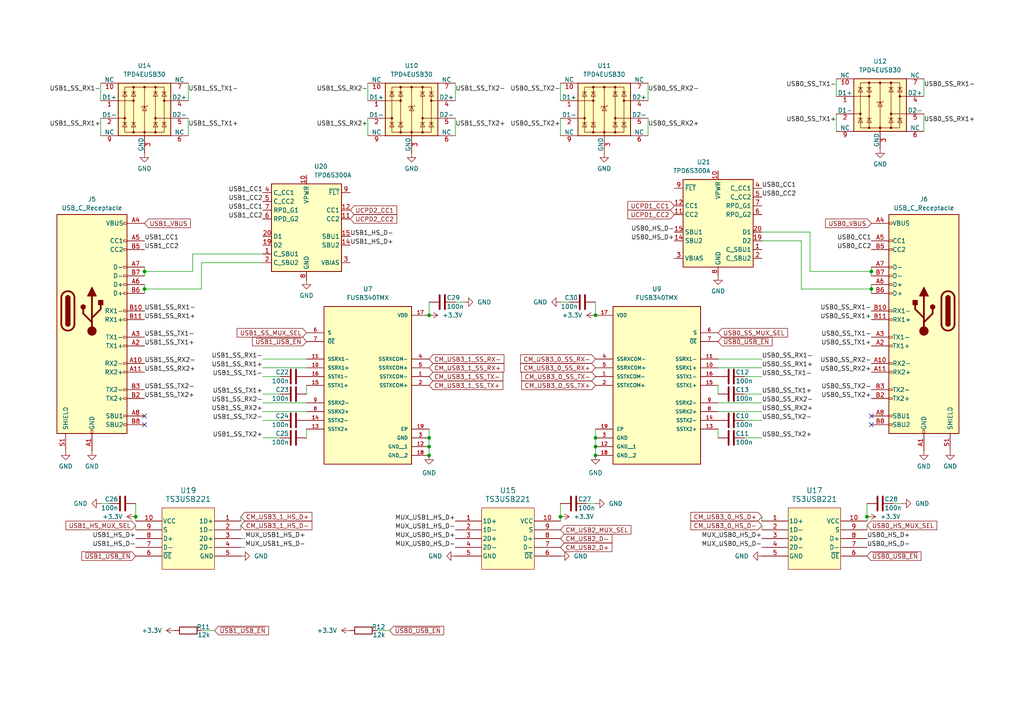
<source format=kicad_sch>
(kicad_sch (version 20231120) (generator "eeschema") (generator_version "8.0")
  (paper "A4")
  (lib_symbols
    (symbol "Connector:USB_C_Receptacle" (pin_names (offset 1.016))
      (property "Reference" "J" (at -10.16 29.21 0))
      (property "Value" "USB_C_Receptacle" (at 10.16 29.21 0))
      (symbol "USB_C_Receptacle_0_0"
        (rectangle (start -0.254 -35.56) (end 0.254 -34.544))
        (rectangle (start 10.16 -32.766) (end 9.144 -33.274))
        (rectangle (start 10.16 -30.226) (end 9.144 -30.734))
        (rectangle (start 10.16 -25.146) (end 9.144 -25.654))
        (rectangle (start 10.16 -22.606) (end 9.144 -23.114))
        (rectangle (start 10.16 -17.526) (end 9.144 -18.034))
        (rectangle (start 10.16 -14.986) (end 9.144 -15.494))
        (rectangle (start 10.16 -9.906) (end 9.144 -10.414))
        (rectangle (start 10.16 -7.366) (end 9.144 -7.874))
        (rectangle (start 10.16 -2.286) (end 9.144 -2.794))
        (rectangle (start 10.16 0.254) (end 9.144 -0.254))
        (rectangle (start 10.16 5.334) (end 9.144 4.826))
        (rectangle (start 10.16 7.874) (end 9.144 7.366))
        (rectangle (start 10.16 10.414) (end 9.144 9.906))
        (rectangle (start 10.16 12.954) (end 9.144 12.446))
        (rectangle (start 10.16 18.034) (end 9.144 17.526))
        (rectangle (start 10.16 20.574) (end 9.144 20.066))
        (rectangle (start 10.16 25.654) (end 9.144 25.146))
      )
      (symbol "USB_C_Receptacle_0_1"
        (rectangle (start -10.16 27.94) (end 10.16 -35.56) (stroke (width 0.254)) (fill (type background)))
        (arc (start -8.89 -3.81) (mid -6.985 -5.7067) (end -5.08 -3.81) (stroke (width 0.508)))
        (arc (start -7.62 -3.81) (mid -6.985 -4.4423) (end -6.35 -3.81) (stroke (width 0.254)))
        (arc (start -7.62 -3.81) (mid -6.985 -4.4423) (end -6.35 -3.81) (stroke (width 0.254)) (fill (type outline)))
        (rectangle (start -7.62 -3.81) (end -6.35 3.81) (stroke (width 0.254)) (fill (type outline)))
        (arc (start -6.35 3.81) (mid -6.985 4.4423) (end -7.62 3.81) (stroke (width 0.254)))
        (arc (start -6.35 3.81) (mid -6.985 4.4423) (end -7.62 3.81) (stroke (width 0.254)) (fill (type outline)))
        (arc (start -5.08 3.81) (mid -6.985 5.7067) (end -8.89 3.81) (stroke (width 0.508)))
        (polyline (pts (xy -8.89 -3.81) (xy -8.89 3.81)) (stroke (width 0.508)))
        (polyline (pts (xy -5.08 3.81) (xy -5.08 -3.81)) (stroke (width 0.508)))
      )
      (symbol "USB_C_Receptacle_1_1"
        (circle (center -2.54 1.143) (radius 0.635) (stroke (width 0.254)) (fill (type outline)))
        (circle (center 0 -5.842) (radius 1.27) (fill (type outline)))
        (polyline (pts (xy 0 -5.842) (xy 0 4.318)) (stroke (width 0.508)))
        (polyline (pts (xy 0 -3.302) (xy -2.54 -0.762) (xy -2.54 0.508)) (stroke (width 0.508)))
        (polyline (pts (xy 0 -2.032) (xy 2.54 0.508) (xy 2.54 1.778)) (stroke (width 0.508)))
        (polyline (pts (xy -1.27 4.318) (xy 0 6.858) (xy 1.27 4.318) (xy -1.27 4.318)) (stroke (width 0.254)) (fill (type outline)))
        (rectangle (start 1.905 1.778) (end 3.175 3.048) (stroke (width 0.254)) (fill (type outline)))
        (pin passive line (at 0 -40.64 90) (length 5.08) (name "GND") (number "A1"))
        (pin bidirectional line (at 15.24 -15.24 180) (length 5.08) (name "RX2-") (number "A10"))
        (pin bidirectional line (at 15.24 -17.78 180) (length 5.08) (name "RX2+") (number "A11"))
        (pin passive line (at 0 -40.64 90) (length 5.08) hide (name "GND") (number "A12"))
        (pin bidirectional line (at 15.24 -10.16 180) (length 5.08) (name "TX1+") (number "A2"))
        (pin bidirectional line (at 15.24 -7.62 180) (length 5.08) (name "TX1-") (number "A3"))
        (pin passive line (at 15.24 25.4 180) (length 5.08) (name "VBUS") (number "A4"))
        (pin bidirectional line (at 15.24 20.32 180) (length 5.08) (name "CC1") (number "A5"))
        (pin bidirectional line (at 15.24 7.62 180) (length 5.08) (name "D+") (number "A6"))
        (pin bidirectional line (at 15.24 12.7 180) (length 5.08) (name "D-") (number "A7"))
        (pin bidirectional line (at 15.24 -30.48 180) (length 5.08) (name "SBU1") (number "A8"))
        (pin passive line (at 15.24 25.4 180) (length 5.08) hide (name "VBUS") (number "A9"))
        (pin passive line (at 0 -40.64 90) (length 5.08) hide (name "GND") (number "B1"))
        (pin bidirectional line (at 15.24 0 180) (length 5.08) (name "RX1-") (number "B10"))
        (pin bidirectional line (at 15.24 -2.54 180) (length 5.08) (name "RX1+") (number "B11"))
        (pin passive line (at 0 -40.64 90) (length 5.08) hide (name "GND") (number "B12"))
        (pin bidirectional line (at 15.24 -25.4 180) (length 5.08) (name "TX2+") (number "B2"))
        (pin bidirectional line (at 15.24 -22.86 180) (length 5.08) (name "TX2-") (number "B3"))
        (pin passive line (at 15.24 25.4 180) (length 5.08) hide (name "VBUS") (number "B4"))
        (pin bidirectional line (at 15.24 17.78 180) (length 5.08) (name "CC2") (number "B5"))
        (pin bidirectional line (at 15.24 5.08 180) (length 5.08) (name "D+") (number "B6"))
        (pin bidirectional line (at 15.24 10.16 180) (length 5.08) (name "D-") (number "B7"))
        (pin bidirectional line (at 15.24 -33.02 180) (length 5.08) (name "SBU2") (number "B8"))
        (pin passive line (at 15.24 25.4 180) (length 5.08) hide (name "VBUS") (number "B9"))
        (pin passive line (at -7.62 -40.64 90) (length 5.08) (name "SHIELD") (number "S1"))
      )
    )
    (symbol "Device:C" (pin_numbers hide) (pin_names (offset 0.254))
      (property "Reference" "C" (at 0.635 2.54 0))
      (property "Value" "C" (at 0.635 -2.54 0))
      (symbol "C_0_1"
        (polyline (pts (xy -2.032 -0.762) (xy 2.032 -0.762)) (stroke (width 0.508)))
        (polyline (pts (xy -2.032 0.762) (xy 2.032 0.762)) (stroke (width 0.508)))
      )
      (symbol "C_1_1"
        (pin passive line (at 0 3.81 270) (length 2.794) (name "~") (number "1"))
        (pin passive line (at 0 -3.81 90) (length 2.794) (name "~") (number "2"))
      )
    )
    (symbol "Device:R" (pin_numbers hide) (pin_names (offset 0))
      (property "Reference" "R" (at 2.032 0 90))
      (property "Value" "R" (at 0 0 90))
      (symbol "R_0_1"
        (rectangle (start -1.016 -2.54) (end 1.016 2.54) (stroke (width 0.254)))
      )
      (symbol "R_1_1"
        (pin passive line (at 0 3.81 270) (length 1.27) (name "~") (number "1"))
        (pin passive line (at 0 -3.81 90) (length 1.27) (name "~") (number "2"))
      )
    )
    (symbol "GND_1" (power) (pin_numbers hide) (pin_names (offset 0) hide)
      (property "Value" "GND" (at 0 -3.81 0))
      (symbol "GND_1_0_1"
        (polyline (pts (xy 0 0) (xy 0 -1.27) (xy 1.27 -1.27) (xy 0 -2.54) (xy -1.27 -1.27) (xy 0 -1.27)))
      )
      (symbol "GND_1_1_1"
        (pin power_in line (at 0 0 270) (length 0) (name "~") (number "1"))
      )
    )
    (symbol "PiCard:FUSB340TMX" (pin_names (offset 1.016))
      (property "Reference" "U" (at -12.7 24.13 0))
      (property "Value" "FUSB340TMX" (at -12.7 -25.654 0))
      (symbol "FUSB340TMX_0_0"
        (rectangle (start -12.7 22.86) (end 12.7 -22.86) (stroke (width 0.254)) (fill (type background)))
        (pin bidirectional line (at 17.78 2.54 180) (length 5.08) (name "SSTXCOM-") (number "1"))
        (pin bidirectional line (at -17.78 5.08 0) (length 5.08) (name "SSRX1+") (number "10"))
        (pin bidirectional line (at -17.78 7.62 0) (length 5.08) (name "SSRX1-") (number "11"))
        (pin power_in line (at 17.78 -17.78 180) (length 5.08) (name "GND__1") (number "12"))
        (pin bidirectional line (at -17.78 -12.7 0) (length 5.08) (name "SSTX2+") (number "13"))
        (pin bidirectional line (at -17.78 -10.16 0) (length 5.08) (name "SSTX2-") (number "14"))
        (pin bidirectional line (at -17.78 0 0) (length 5.08) (name "SSTX1+") (number "15"))
        (pin bidirectional line (at -17.78 2.54 0) (length 5.08) (name "SSTX1-") (number "16"))
        (pin power_in line (at 17.78 20.32 180) (length 5.08) (name "VDD") (number "17"))
        (pin power_in line (at 17.78 -20.32 180) (length 5.08) (name "GND__2") (number "18"))
        (pin power_in line (at 17.78 -12.7 180) (length 5.08) (name "EP") (number "19"))
        (pin bidirectional line (at 17.78 0 180) (length 5.08) (name "SSTXCOM+") (number "2"))
        (pin power_in line (at 17.78 -15.24 180) (length 5.08) (name "GND") (number "3"))
        (pin bidirectional line (at 17.78 7.62 180) (length 5.08) (name "SSRXCOM-") (number "4"))
        (pin bidirectional line (at 17.78 5.08 180) (length 5.08) (name "SSRXCOM+") (number "5"))
        (pin input line (at -17.78 15.24 0) (length 5.08) (name "S") (number "6"))
        (pin input line (at -17.78 12.7 0) (length 5.08) (name "~{OE}") (number "7"))
        (pin bidirectional line (at -17.78 -7.62 0) (length 5.08) (name "SSRX2+") (number "8"))
        (pin bidirectional line (at -17.78 -5.08 0) (length 5.08) (name "SSRX2-") (number "9"))
      )
    )
    (symbol "PiCard:TS3USB221" (pin_names (offset 0.254))
      (property "Reference" "U" (at 0 12.7 0))
      (property "Value" "TS3USB221" (at 0 10.16 0))
      (symbol "TS3USB221_0_1"
        (pin passive line (at -15.24 5.08 0) (length 7.62) (name "1D+") (number "1"))
        (pin power_in line (at 15.24 5.08 180) (length 7.62) (name "VCC") (number "10"))
        (pin passive line (at -15.24 2.54 0) (length 7.62) (name "1D-") (number "2"))
        (pin passive line (at -15.24 0 0) (length 7.62) (name "2D+") (number "3"))
        (pin passive line (at -15.24 -2.54 0) (length 7.62) (name "2D-") (number "4"))
        (pin power_in line (at -15.24 -5.08 0) (length 7.62) (name "GND") (number "5"))
        (pin input line (at 15.24 -5.08 180) (length 7.62) (name "~{OE}") (number "6"))
        (pin passive line (at 15.24 -2.54 180) (length 7.62) (name "D-") (number "7"))
        (pin passive line (at 15.24 0 180) (length 7.62) (name "D+") (number "8"))
        (pin input line (at 15.24 2.54 180) (length 7.62) (name "S") (number "9"))
      )
      (symbol "TS3USB221_1_1"
        (rectangle (start -7.62 8.89) (end 7.62 -8.89) (fill (type background)))
      )
    )
    (symbol "Power_Protection:TPD4EUSB30" (pin_names (offset 0))
      (property "Reference" "U" (at -0.635 8.89 0))
      (property "Value" "TPD4EUSB30" (at 8.89 -10.16 0))
      (symbol "TPD4EUSB30_0_0"
        (rectangle (start -5.715 6.477) (end 5.715 -6.604))
        (polyline (pts (xy -3.175 -6.604) (xy -3.175 6.477)))
        (polyline (pts (xy 0 6.477) (xy 0 -6.604)))
        (polyline (pts (xy 3.175 6.477) (xy 3.175 -6.604)))
      )
      (symbol "TPD4EUSB30_0_1"
        (rectangle (start -7.62 7.62) (end 7.62 -7.62) (stroke (width 0.254)) (fill (type background)))
        (circle (center -5.715 -2.54) (radius 0.2794) (fill (type outline)))
        (circle (center -3.175 -6.604) (radius 0.2794) (fill (type outline)))
        (circle (center -3.175 2.54) (radius 0.2794) (fill (type outline)))
        (circle (center -3.175 6.477) (radius 0.2794) (fill (type outline)))
        (circle (center 0 -6.604) (radius 0.2794) (fill (type outline)))
        (polyline (pts (xy -7.747 2.54) (xy -3.175 2.54)))
        (polyline (pts (xy -7.62 -2.54) (xy -5.715 -2.54)))
        (polyline (pts (xy -5.08 -3.81) (xy -6.35 -3.81)))
        (polyline (pts (xy -5.08 5.08) (xy -6.35 5.08)))
        (polyline (pts (xy -2.54 -3.81) (xy -3.81 -3.81)))
        (polyline (pts (xy -2.54 5.08) (xy -3.81 5.08)))
        (polyline (pts (xy -0.635 0.889) (xy -1.016 0.635)))
        (polyline (pts (xy 0 -6.604) (xy 0 -7.62)))
        (polyline (pts (xy 0.635 0.889) (xy -0.635 0.889)))
        (polyline (pts (xy 0.635 0.889) (xy 1.016 1.143)))
        (polyline (pts (xy 3.81 -3.81) (xy 2.54 -3.81)))
        (polyline (pts (xy 3.81 5.08) (xy 2.54 5.08)))
        (polyline (pts (xy 6.35 -3.81) (xy 5.08 -3.81)))
        (polyline (pts (xy 6.35 5.08) (xy 5.08 5.08)))
        (polyline (pts (xy 7.62 -2.54) (xy 3.175 -2.54)))
        (polyline (pts (xy 7.62 2.54) (xy 5.715 2.54)))
        (polyline (pts (xy -5.08 -5.08) (xy -6.35 -5.08) (xy -5.715 -3.81) (xy -5.08 -5.08)))
        (polyline (pts (xy -5.08 3.81) (xy -6.35 3.81) (xy -5.715 5.08) (xy -5.08 3.81)))
        (polyline (pts (xy -2.54 -5.08) (xy -3.81 -5.08) (xy -3.175 -3.81) (xy -2.54 -5.08)))
        (polyline (pts (xy -2.54 3.81) (xy -3.81 3.81) (xy -3.175 5.08) (xy -2.54 3.81)))
        (polyline (pts (xy 0.635 -0.381) (xy -0.635 -0.381) (xy 0 0.889) (xy 0.635 -0.381)))
        (polyline (pts (xy 3.81 -5.08) (xy 2.54 -5.08) (xy 3.175 -3.81) (xy 3.81 -5.08)))
        (polyline (pts (xy 3.81 3.81) (xy 2.54 3.81) (xy 3.175 5.08) (xy 3.81 3.81)))
        (polyline (pts (xy 6.35 -5.08) (xy 5.08 -5.08) (xy 5.715 -3.81) (xy 6.35 -5.08)))
        (polyline (pts (xy 6.35 3.81) (xy 5.08 3.81) (xy 5.715 5.08) (xy 6.35 3.81)))
        (circle (center 0 6.477) (radius 0.2794) (fill (type outline)))
        (circle (center 3.175 -6.604) (radius 0.2794) (fill (type outline)))
        (circle (center 3.175 -2.54) (radius 0.2794) (fill (type outline)))
        (circle (center 3.175 6.477) (radius 0.2794) (fill (type outline)))
        (circle (center 5.715 2.54) (radius 0.2794) (fill (type outline)))
      )
      (symbol "TPD4EUSB30_1_1"
        (pin passive line (at -12.7 2.54 0) (length 5.08) (name "D1+") (number "1"))
        (pin free line (at -12.7 7.62 0) (length 5.08) (name "NC") (number "10"))
        (pin passive line (at -12.7 -2.54 0) (length 5.08) (name "D1-") (number "2"))
        (pin power_in line (at 0 -12.7 90) (length 5.08) (name "GND") (number "3"))
        (pin passive line (at 12.7 2.54 180) (length 5.08) (name "D2+") (number "4"))
        (pin passive line (at 12.7 -2.54 180) (length 5.08) (name "D2-") (number "5"))
        (pin free line (at 12.7 -7.62 180) (length 5.08) (name "NC") (number "6"))
        (pin free line (at 12.7 7.62 180) (length 5.08) (name "NC") (number "7"))
        (pin passive line (at 0 -12.7 90) (length 5.08) hide (name "GND") (number "8"))
        (pin free line (at -12.7 -7.62 0) (length 5.08) (name "NC") (number "9"))
      )
    )
    (symbol "Power_Protection:TPD6S300A"
      (property "Reference" "U" (at -8.89 13.97 0))
      (property "Value" "TPD6S300A" (at 7.62 -15.24 0))
      (symbol "TPD6S300A_0_1"
        (rectangle (start -10.16 12.7) (end 10.16 -12.7) (stroke (width 0.254)) (fill (type background)))
      )
      (symbol "TPD6S300A_1_1"
        (pin bidirectional line (at -12.7 -7.62 0) (length 2.54) (name "C_SBU1") (number "1"))
        (pin power_in line (at 0 15.24 270) (length 2.54) (name "VPWR") (number "10"))
        (pin bidirectional line (at 12.7 2.54 180) (length 2.54) (name "CC2") (number "11"))
        (pin bidirectional line (at 12.7 5.08 180) (length 2.54) (name "CC1") (number "12"))
        (pin passive line (at 0 -15.24 90) (length 2.54) hide (name "GND") (number "13"))
        (pin bidirectional line (at 12.7 -5.08 180) (length 2.54) (name "SBU2") (number "14"))
        (pin bidirectional line (at 12.7 -2.54 180) (length 2.54) (name "SBU1") (number "15"))
        (pin passive line (at 0 -15.24 90) (length 2.54) hide (name "GND") (number "16"))
        (pin passive line (at 0 -15.24 90) (length 2.54) hide (name "GND") (number "17"))
        (pin passive line (at 0 -15.24 90) (length 2.54) hide (name "GND") (number "18"))
        (pin passive line (at -12.7 -5.08 0) (length 2.54) (name "D2") (number "19"))
        (pin bidirectional line (at -12.7 -10.16 0) (length 2.54) (name "C_SBU2") (number "2"))
        (pin passive line (at -12.7 -2.54 0) (length 2.54) (name "D1") (number "20"))
        (pin passive line (at 0 -15.24 90) (length 2.54) hide (name "GND") (number "21"))
        (pin passive line (at 12.7 -10.16 180) (length 2.54) (name "VBIAS") (number "3"))
        (pin bidirectional line (at -12.7 10.16 0) (length 2.54) (name "C_CC1") (number "4"))
        (pin bidirectional line (at -12.7 7.62 0) (length 2.54) (name "C_CC2") (number "5"))
        (pin bidirectional line (at -12.7 2.54 0) (length 2.54) (name "RPD_G2") (number "6"))
        (pin bidirectional line (at -12.7 5.08 0) (length 2.54) (name "RPD_G1") (number "7"))
        (pin power_in line (at 0 -15.24 90) (length 2.54) (name "GND") (number "8"))
        (pin open_collector line (at 12.7 10.16 180) (length 2.54) (name "~{FLT}") (number "9"))
      )
    )
    (symbol "power:+3.3V" (power) (pin_names (offset 0))
      (property "Value" "+3.3V" (at 0 3.556 0))
      (symbol "+3.3V_0_1"
        (polyline (pts (xy -0.762 1.27) (xy 0 2.54)))
        (polyline (pts (xy 0 0) (xy 0 2.54)))
        (polyline (pts (xy 0 2.54) (xy 0.762 1.27)))
      )
      (symbol "+3.3V_1_1"
        (pin power_in line (at 0 0 90) (length 0) hide (name "+3.3V") (number "1"))
      )
    )
    (symbol "power:GND" (power) (pin_names (offset 0))
      (property "Value" "GND" (at 0 -3.81 0))
      (symbol "GND_0_1"
        (polyline (pts (xy 0 0) (xy 0 -1.27) (xy 1.27 -1.27) (xy 0 -2.54) (xy -1.27 -1.27) (xy 0 -1.27)))
      )
      (symbol "GND_1_1"
        (pin power_in line (at 0 0 270) (length 0) hide (name "GND") (number "1"))
      )
    )
  )
  (junction (at 172.72 127))
  (junction (at 124.46 129.54))
  (junction (at 162.56 149.86))
  (junction (at 41.91 78.74))
  (junction (at 172.72 91.44))
  (junction (at 124.46 132.08))
  (junction (at 124.46 91.44))
  (junction (at 39.37 149.86))
  (junction (at 252.73 83.82))
  (junction (at 172.72 132.08))
  (junction (at 124.46 127))
  (junction (at 41.91 83.82))
  (junction (at 251.46 149.86))
  (junction (at 252.73 78.74))
  (junction (at 172.72 129.54))
  (no_connect (at 252.73 123.19))
  (no_connect (at 252.73 120.65))
  (no_connect (at 41.91 123.19))
  (no_connect (at 41.91 120.65))
  (wire (pts (xy 39.37 146.05) (xy 39.37 149.86)))
  (wire (pts (xy 215.9 109.22) (xy 220.98 109.22)))
  (wire (pts (xy 69.85 149.86) (xy 69.85 151.13)))
  (wire (pts (xy 41.91 77.47) (xy 41.91 78.74)))
  (wire (pts (xy 106.68 34.29) (xy 106.68 39.37)))
  (wire (pts (xy 76.2 73.66) (xy 55.88 73.66)))
  (wire (pts (xy 172.72 87.63) (xy 172.72 91.44)))
  (wire (pts (xy 41.91 82.55) (xy 41.91 83.82)))
  (wire (pts (xy 88.9 104.14) (xy 76.2 104.14)))
  (wire (pts (xy 88.9 111.76) (xy 88.9 114.3)))
  (wire (pts (xy 55.88 73.66) (xy 55.88 78.74)))
  (wire (pts (xy 58.42 76.2) (xy 58.42 83.82)))
  (wire (pts (xy 220.98 152.4) (xy 220.98 153.67)))
  (wire (pts (xy 54.61 24.13) (xy 54.61 29.21)))
  (wire (pts (xy 162.56 149.86) (xy 162.56 151.13)))
  (wire (pts (xy 252.73 77.47) (xy 252.73 78.74)))
  (wire (pts (xy 172.72 146.05) (xy 170.18 146.05)))
  (wire (pts (xy 220.98 67.31) (xy 234.95 67.31)))
  (wire (pts (xy 252.73 82.55) (xy 252.73 83.82)))
  (wire (pts (xy 242.57 33.02) (xy 242.57 38.1)))
  (wire (pts (xy 88.9 124.46) (xy 88.9 127)))
  (wire (pts (xy 81.28 109.22) (xy 76.2 109.22)))
  (wire (pts (xy 39.37 149.86) (xy 39.37 151.13)))
  (wire (pts (xy 234.95 67.31) (xy 234.95 78.74)))
  (wire (pts (xy 261.62 146.05) (xy 259.08 146.05)))
  (wire (pts (xy 134.62 87.63) (xy 132.08 87.63)))
  (wire (pts (xy 208.28 119.38) (xy 220.98 119.38)))
  (wire (pts (xy 232.41 69.85) (xy 232.41 83.82)))
  (wire (pts (xy 251.46 152.4) (xy 251.46 153.67)))
  (wire (pts (xy 220.98 149.86) (xy 220.98 151.13)))
  (wire (pts (xy 234.95 78.74) (xy 252.73 78.74)))
  (wire (pts (xy 29.21 146.05) (xy 31.75 146.05)))
  (wire (pts (xy 39.37 152.4) (xy 39.37 153.67)))
  (wire (pts (xy 162.56 34.29) (xy 162.56 39.37)))
  (wire (pts (xy 172.72 124.46) (xy 172.72 127)))
  (wire (pts (xy 69.85 152.4) (xy 69.85 153.67)))
  (wire (pts (xy 162.56 87.63) (xy 165.1 87.63)))
  (wire (pts (xy 172.72 127) (xy 172.72 129.54)))
  (wire (pts (xy 109.22 182.88) (xy 113.03 182.88)))
  (wire (pts (xy 55.88 78.74) (xy 41.91 78.74)))
  (wire (pts (xy 41.91 78.74) (xy 41.91 80.01)))
  (wire (pts (xy 124.46 129.54) (xy 124.46 132.08)))
  (wire (pts (xy 88.9 106.68) (xy 76.2 106.68)))
  (wire (pts (xy 132.08 34.29) (xy 132.08 39.37)))
  (wire (pts (xy 71.12 156.21) (xy 69.85 156.21)))
  (wire (pts (xy 124.46 87.63) (xy 124.46 91.44)))
  (wire (pts (xy 124.46 127) (xy 124.46 129.54)))
  (wire (pts (xy 88.9 116.84) (xy 76.2 116.84)))
  (wire (pts (xy 220.98 69.85) (xy 232.41 69.85)))
  (wire (pts (xy 208.28 104.14) (xy 220.98 104.14)))
  (wire (pts (xy 242.57 22.86) (xy 242.57 27.94)))
  (wire (pts (xy 88.9 119.38) (xy 76.2 119.38)))
  (wire (pts (xy 187.96 34.29) (xy 187.96 39.37)))
  (wire (pts (xy 106.68 24.13) (xy 106.68 29.21)))
  (wire (pts (xy 81.28 114.3) (xy 76.2 114.3)))
  (wire (pts (xy 162.56 24.13) (xy 162.56 29.21)))
  (wire (pts (xy 252.73 78.74) (xy 252.73 80.01)))
  (wire (pts (xy 29.21 24.13) (xy 29.21 29.21)))
  (wire (pts (xy 58.42 83.82) (xy 41.91 83.82)))
  (wire (pts (xy 208.28 124.46) (xy 208.28 127)))
  (wire (pts (xy 29.21 34.29) (xy 29.21 39.37)))
  (wire (pts (xy 124.46 124.46) (xy 124.46 127)))
  (wire (pts (xy 76.2 76.2) (xy 58.42 76.2)))
  (wire (pts (xy 208.28 106.68) (xy 220.98 106.68)))
  (wire (pts (xy 81.28 127) (xy 76.2 127)))
  (wire (pts (xy 251.46 146.05) (xy 251.46 149.86)))
  (wire (pts (xy 162.56 146.05) (xy 162.56 149.86)))
  (wire (pts (xy 267.97 22.86) (xy 267.97 27.94)))
  (wire (pts (xy 54.61 34.29) (xy 54.61 39.37)))
  (wire (pts (xy 208.28 111.76) (xy 208.28 114.3)))
  (wire (pts (xy 251.46 149.86) (xy 251.46 151.13)))
  (wire (pts (xy 132.08 24.13) (xy 132.08 29.21)))
  (wire (pts (xy 76.2 121.92) (xy 81.28 121.92)))
  (wire (pts (xy 252.73 83.82) (xy 252.73 85.09)))
  (wire (pts (xy 220.98 121.92) (xy 215.9 121.92)))
  (wire (pts (xy 41.91 83.82) (xy 41.91 85.09)))
  (wire (pts (xy 267.97 33.02) (xy 267.97 38.1)))
  (wire (pts (xy 187.96 24.13) (xy 187.96 29.21)))
  (wire (pts (xy 208.28 116.84) (xy 220.98 116.84)))
  (wire (pts (xy 215.9 127) (xy 220.98 127)))
  (wire (pts (xy 215.9 114.3) (xy 220.98 114.3)))
  (wire (pts (xy 232.41 83.82) (xy 252.73 83.82)))
  (wire (pts (xy 71.12 158.75) (xy 69.85 158.75)))
  (wire (pts (xy 172.72 129.54) (xy 172.72 132.08)))
  (wire (pts (xy 58.42 182.88) (xy 62.23 182.88)))
  (label "USB1_HS_D-" (at 39.37 158.75 180))
  (label "MUX_USB0_HS_D+" (at 132.08 156.21 180))
  (label "USB1_SS_RX1-" (at 76.2 104.14 180))
  (label "USB1_HS_D+" (at 101.6 71.12 0))
  (label "USB1_SS_RX1+" (at 29.21 36.83 180))
  (label "USB1_SS_RX1-" (at 41.91 90.17 0))
  (label "MUX_USB0_HS_D-" (at 220.98 158.75 180))
  (label "USB1_SS_RX2+" (at 41.91 107.95 0))
  (label "USB0_SS_RX2-" (at 220.98 116.84 0))
  (label "USB1_SS_TX2+" (at 41.91 115.57 0))
  (label "USB1_CC1" (at 76.2 55.88 180))
  (label "USB1_SS_TX1+" (at 76.2 114.3 180))
  (label "USB0_SS_TX1+" (at 252.73 100.33 180))
  (label "USB1_SS_TX2-" (at 41.91 113.03 0))
  (label "USB0_SS_TX1+" (at 220.98 114.3 0))
  (label "USB0_SS_TX2+" (at 162.56 36.83 180))
  (label "USB0_SS_TX1-" (at 252.73 97.79 180))
  (label "USB0_SS_RX2-" (at 187.96 26.67 0))
  (label "USB0_SS_TX2+" (at 220.98 127 0))
  (label "USB1_SS_TX2-" (at 76.2 121.92 180))
  (label "USB0_SS_TX1-" (at 242.57 25.4 180))
  (label "USB0_SS_TX1-" (at 220.98 109.22 0))
  (label "USB0_SS_RX1-" (at 220.98 104.14 0))
  (label "USB0_CC1" (at 220.98 54.61 0))
  (label "USB0_HS_D+" (at 195.58 69.85 180))
  (label "USB0_CC2" (at 220.98 57.15 0))
  (label "USB1_SS_TX1-" (at 54.61 26.67 0))
  (label "USB1_SS_TX2+" (at 76.2 127 180))
  (label "USB0_CC1" (at 252.73 69.85 180))
  (label "MUX_USB0_HS_D+" (at 220.98 156.21 180))
  (label "USB0_SS_RX1-" (at 267.97 25.4 0))
  (label "USB1_SS_TX2+" (at 132.08 36.83 0))
  (label "USB0_SS_RX2-" (at 252.73 105.41 180))
  (label "USB1_CC1" (at 76.2 60.96 180))
  (label "MUX_USB1_HS_D-" (at 132.08 153.67 180))
  (label "USB1_SS_TX1-" (at 76.2 109.22 180))
  (label "USB1_CC2" (at 76.2 63.5 180))
  (label "USB0_SS_RX1+" (at 220.98 106.68 0))
  (label "USB0_SS_TX1+" (at 242.57 35.56 180))
  (label "USB0_SS_TX2-" (at 162.56 26.67 180))
  (label "USB1_SS_RX1+" (at 76.2 106.68 180))
  (label "MUX_USB1_HS_D-" (at 71.12 158.75 0))
  (label "USB1_SS_RX1+" (at 41.91 92.71 0))
  (label "USB1_SS_RX1-" (at 29.21 26.67 180))
  (label "USB1_HS_D+" (at 39.37 156.21 180))
  (label "USB1_SS_TX2-" (at 132.08 26.67 0))
  (label "USB0_SS_TX2-" (at 220.98 121.92 0))
  (label "USB0_SS_RX2+" (at 252.73 107.95 180))
  (label "USB1_HS_D-" (at 101.6 68.58 0))
  (label "USB1_CC2" (at 76.2 58.42 180))
  (label "USB0_SS_RX2+" (at 220.98 119.38 0))
  (label "USB0_SS_RX1-" (at 252.73 90.17 180))
  (label "USB1_SS_TX1+" (at 41.91 100.33 0))
  (label "USB1_SS_RX2+" (at 106.68 36.83 180))
  (label "USB0_SS_RX1+" (at 252.73 92.71 180))
  (label "MUX_USB1_HS_D+" (at 71.12 156.21 0))
  (label "MUX_USB0_HS_D-" (at 132.08 158.75 180))
  (label "USB1_SS_RX2+" (at 76.2 119.38 180))
  (label "USB1_SS_RX2-" (at 106.68 26.67 180))
  (label "USB1_SS_RX2-" (at 76.2 116.84 180))
  (label "USB1_SS_TX1+" (at 54.61 36.83 0))
  (label "USB0_HS_D-" (at 195.58 67.31 180))
  (label "USB0_HS_D-" (at 251.46 158.75 0))
  (label "USB0_SS_TX2+" (at 252.73 115.57 180))
  (label "USB0_SS_TX2-" (at 252.73 113.03 180))
  (label "USB1_CC1" (at 41.91 69.85 0))
  (label "USB1_SS_TX1-" (at 41.91 97.79 0))
  (label "USB0_SS_RX2+" (at 187.96 36.83 0))
  (label "USB0_HS_D+" (at 251.46 156.21 0))
  (label "USB0_CC2" (at 252.73 72.39 180))
  (label "USB1_SS_RX2-" (at 41.91 105.41 0))
  (label "USB0_SS_RX1+" (at 267.97 35.56 0))
  (label "USB1_CC2" (at 41.91 72.39 0))
  (label "MUX_USB1_HS_D+" (at 132.08 151.13 180))
  (global_label "CM_USB3_0_SS_TX+" (shape input) (at 172.72 111.76 180) (property "Intersheetrefs" "${INTERSHEET_REFS}" (effects (hide yes))))
  (global_label "CM_USB3_0_HS_D-" (shape input) (at 220.98 152.4 180) (property "Intersheetrefs" "${INTERSHEET_REFS}" (effects (hide yes))))
  (global_label "UCPD1_CC1" (shape input) (at 195.58 59.69 180) (property "Intersheetrefs" "${INTERSHEET_REFS}" (effects (hide yes))))
  (global_label "USB1_VBUS" (shape input) (at 41.91 64.77 0) (property "Intersheetrefs" "${INTERSHEET_REFS}" (effects (hide yes))))
  (global_label "CM_USB3_1_HS_D+" (shape input) (at 69.85 149.86 0) (property "Intersheetrefs" "${INTERSHEET_REFS}" (effects (hide yes))))
  (global_label "CM_USB2_D-" (shape input) (at 162.56 156.21 0) (property "Intersheetrefs" "${INTERSHEET_REFS}" (effects (hide yes))))
  (global_label "CM_USB3_0_SS_TX-" (shape input) (at 172.72 109.22 180) (property "Intersheetrefs" "${INTERSHEET_REFS}" (effects (hide yes))))
  (global_label "CM_USB3_1_SS_RX-" (shape input) (at 124.46 104.14 0) (property "Intersheetrefs" "${INTERSHEET_REFS}" (effects (hide yes))))
  (global_label "UCPD1_CC2" (shape input) (at 195.58 62.23 180) (property "Intersheetrefs" "${INTERSHEET_REFS}" (effects (hide yes))))
  (global_label "CM_USB2_D+" (shape input) (at 162.56 158.75 0) (property "Intersheetrefs" "${INTERSHEET_REFS}" (effects (hide yes))))
  (global_label "USB1_HS_MUX_SEL" (shape input) (at 39.37 152.4 180) (property "Intersheetrefs" "${INTERSHEET_REFS}" (effects (hide yes))))
  (global_label "CM_USB3_0_HS_D+" (shape input) (at 220.98 149.86 180) (property "Intersheetrefs" "${INTERSHEET_REFS}" (effects (hide yes))))
  (global_label "~{USB0_USB_EN}" (shape input) (at 113.03 182.88 0) (property "Intersheetrefs" "${INTERSHEET_REFS}" (effects (hide yes))))
  (global_label "CM_USB3_0_SS_RX+" (shape input) (at 172.72 106.68 180) (property "Intersheetrefs" "${INTERSHEET_REFS}" (effects (hide yes))))
  (global_label "~{USB0_USB_EN}" (shape input) (at 251.46 161.29 0) (property "Intersheetrefs" "${INTERSHEET_REFS}" (effects (hide yes))))
  (global_label "CM_USB2_MUX_SEL" (shape input) (at 162.56 153.67 0) (property "Intersheetrefs" "${INTERSHEET_REFS}" (effects (hide yes))))
  (global_label "CM_USB3_1_HS_D-" (shape input) (at 69.85 152.4 0) (property "Intersheetrefs" "${INTERSHEET_REFS}" (effects (hide yes))))
  (global_label "~{USB1_USB_EN}" (shape input) (at 39.37 161.29 180) (property "Intersheetrefs" "${INTERSHEET_REFS}" (effects (hide yes))))
  (global_label "CM_USB3_1_SS_RX+" (shape input) (at 124.46 106.68 0) (property "Intersheetrefs" "${INTERSHEET_REFS}" (effects (hide yes))))
  (global_label "USB0_HS_MUX_SEL" (shape input) (at 251.46 152.4 0) (property "Intersheetrefs" "${INTERSHEET_REFS}" (effects (hide yes))))
  (global_label "CM_USB3_0_SS_RX-" (shape input) (at 172.72 104.14 180) (property "Intersheetrefs" "${INTERSHEET_REFS}" (effects (hide yes))))
  (global_label "UCPD2_CC2" (shape input) (at 101.6 63.5 0) (property "Intersheetrefs" "${INTERSHEET_REFS}" (effects (hide yes))))
  (global_label "USB0_SS_MUX_SEL" (shape input) (at 208.28 96.52 0) (property "Intersheetrefs" "${INTERSHEET_REFS}" (effects (hide yes))))
  (global_label "CM_USB3_1_SS_TX+" (shape input) (at 124.46 111.76 0) (property "Intersheetrefs" "${INTERSHEET_REFS}" (effects (hide yes))))
  (global_label "USB0_VBUS" (shape input) (at 252.73 64.77 180) (property "Intersheetrefs" "${INTERSHEET_REFS}" (effects (hide yes))))
  (global_label "UCPD2_CC1" (shape input) (at 101.6 60.96 0) (property "Intersheetrefs" "${INTERSHEET_REFS}" (effects (hide yes))))
  (global_label "~{USB0_USB_EN}" (shape input) (at 208.28 99.06 0) (property "Intersheetrefs" "${INTERSHEET_REFS}" (effects (hide yes))))
  (global_label "~{USB1_USB_EN}" (shape input) (at 88.9 99.06 180) (property "Intersheetrefs" "${INTERSHEET_REFS}" (effects (hide yes))))
  (global_label "CM_USB3_1_SS_TX-" (shape input) (at 124.46 109.22 0) (property "Intersheetrefs" "${INTERSHEET_REFS}" (effects (hide yes))))
  (global_label "USB1_SS_MUX_SEL" (shape input) (at 88.9 96.52 180) (property "Intersheetrefs" "${INTERSHEET_REFS}" (effects (hide yes))))
  (global_label "~{USB1_USB_EN}" (shape input) (at 62.23 182.88 0) (property "Intersheetrefs" "${INTERSHEET_REFS}" (effects (hide yes))))
  (symbol (lib_name "GND_1") (lib_id "power:GND") (at 69.85 161.29 90) (unit 1)
    (property "Reference" "#PWR044" (effects (hide yes)))
    (property "Value" "GND" (at 73.66 161.2899 90) (effects (justify right)))
    (property "Description" "Power symbol creates a global label with name \"GND\" , ground" (effects (hide yes)))
  )
  (symbol (lib_name "GND_1") (lib_id "power:GND") (at 29.21 146.05 270) (unit 1)
    (property "Reference" "#PWR045" (effects (hide yes)))
    (property "Value" "GND" (at 25.4 146.0499 90) (effects (justify right)))
    (property "Description" "Power symbol creates a global label with name \"GND\" , ground" (effects (hide yes)))
  )
  (symbol (lib_id "power:GND") (at 19.05 130.81 0) (unit 1)
    (property "Reference" "#PWR088" (effects (hide yes)))
    (property "Value" "GND" (at 19.05 135.255 0))
  )
  (symbol (lib_id "Device:R") (at 54.61 182.88 90) (unit 1)
    (property "Reference" "R11" (at 60.96 181.8386 90) (effects (justify left)))
    (property "Value" "12k" (at 60.96 184.15 90) (effects (justify left)))
    (property "Footprint" "Resistor_SMD:R_0402_1005Metric" (effects (hide yes)))
    (property "LCSC" "C25752" (effects (hide yes)))
    (property "MPN" "0402WGF1202TCE" (effects (hide yes)))
    (property "Manufacturer" "Uniroyal" (effects (hide yes)))
  )
  (symbol (lib_id "Device:C") (at 212.09 121.92 270) (mirror x) (unit 1)
    (property "Reference" "C10" (at 213.36 120.65 90) (effects (justify left)))
    (property "Value" "100n" (at 213.36 123.19 90) (effects (justify left)))
    (property "Footprint" "Capacitor_SMD:C_0402_1005Metric" (effects (hide yes)))
    (property "LCSC" "C307331" (effects (hide yes)))
    (property "MPN" "CL05B104KB54PNC" (effects (hide yes)))
    (property "Manufacturer" "Samsung" (effects (hide yes)))
  )
  (symbol (lib_name "GND_1") (lib_id "power:GND") (at 162.56 87.63 270) (unit 1)
    (property "Reference" "#PWR057" (effects (hide yes)))
    (property "Value" "GND" (at 158.75 87.6299 90) (effects (justify right)))
    (property "Description" "Power symbol creates a global label with name \"GND\" , ground" (effects (hide yes)))
  )
  (symbol (lib_id "Device:C") (at 212.09 109.22 270) (mirror x) (unit 1)
    (property "Reference" "C12" (at 213.36 107.95 90) (effects (justify left)))
    (property "Value" "100n" (at 213.36 110.49 90) (effects (justify left)))
    (property "Footprint" "Capacitor_SMD:C_0402_1005Metric" (effects (hide yes)))
    (property "LCSC" "C307331" (effects (hide yes)))
    (property "MPN" "CL05B104KB54PNC" (effects (hide yes)))
    (property "Manufacturer" "Samsung" (effects (hide yes)))
  )
  (symbol (lib_id "Device:C") (at 168.91 87.63 90) (unit 1)
    (property "Reference" "C30" (at 167.64 86.36 90) (effects (justify left)))
    (property "Value" "100n" (at 167.64 88.9 90) (effects (justify left)))
    (property "Footprint" "Capacitor_SMD:C_0402_1005Metric" (effects (hide yes)))
    (property "LCSC" "C307331" (effects (hide yes)))
    (property "MPN" "CL05B104KB54PNC" (effects (hide yes)))
    (property "Manufacturer" "Samsung" (effects (hide yes)))
  )
  (symbol (lib_name "GND_1") (lib_id "power:GND") (at 162.56 161.29 90) (mirror x) (unit 1)
    (property "Reference" "#PWR067" (effects (hide yes)))
    (property "Value" "GND" (at 166.37 161.2899 90) (effects (justify right)))
    (property "Description" "Power symbol creates a global label with name \"GND\" , ground" (effects (hide yes)))
  )
  (symbol (lib_id "Device:R") (at 105.41 182.88 90) (unit 1)
    (property "Reference" "R12" (at 111.76 181.8386 90) (effects (justify left)))
    (property "Value" "12k" (at 111.76 184.15 90) (effects (justify left)))
    (property "Footprint" "Resistor_SMD:R_0402_1005Metric" (effects (hide yes)))
    (property "LCSC" "C25752" (effects (hide yes)))
    (property "MPN" "0402WGF1202TCE" (effects (hide yes)))
    (property "Manufacturer" "Uniroyal" (effects (hide yes)))
  )
  (symbol (lib_id "Device:C") (at 35.56 146.05 90) (unit 1)
    (property "Reference" "C26" (at 34.29 144.78 90) (effects (justify left)))
    (property "Value" "100n" (at 34.29 147.32 90) (effects (justify left)))
    (property "Footprint" "Capacitor_SMD:C_0402_1005Metric" (effects (hide yes)))
    (property "LCSC" "C307331" (effects (hide yes)))
    (property "MPN" "CL05B104KB54PNC" (effects (hide yes)))
    (property "Manufacturer" "Samsung" (effects (hide yes)))
  )
  (symbol (lib_id "power:+3.3V") (at 172.72 91.44 90) (unit 1)
    (property "Reference" "#PWR063" (effects (hide yes)))
    (property "Value" "+3.3V" (at 168.91 91.44 90) (effects (justify left)))
  )
  (symbol (lib_id "Power_Protection:TPD6S300A") (at 208.28 64.77 0) (mirror y) (unit 1)
    (property "Reference" "U21" (at 206.0859 46.99 0) (effects (justify left)))
    (property "Value" "TPD6S300A" (at 206.0859 49.53 0) (effects (justify left)))
    (property "Footprint" "Package_DFN_QFN:WQFN-20-1EP_3x3mm_P0.4mm_EP1.7x1.7mm_ThermalVias" (effects (hide yes)))
    (property "Datasheet" "https://www.ti.com/lit/ds/symlink/tpd6s300a.pdf" (effects (hide yes)))
    (property "Description" "USB Type-C Port Protector: Short-to-VBUS Overvoltage and IEC ESD Protection, WQFN-20" (effects (hide yes)))
  )
  (symbol (lib_id "Device:C") (at 85.09 127 90) (unit 1)
    (property "Reference" "C25" (at 83.82 125.73 90) (effects (justify left)))
    (property "Value" "100n" (at 83.82 128.27 90) (effects (justify left)))
    (property "Footprint" "Capacitor_SMD:C_0402_1005Metric" (effects (hide yes)))
    (property "LCSC" "C307331" (effects (hide yes)))
    (property "MPN" "CL05B104KB54PNC" (effects (hide yes)))
    (property "Manufacturer" "Samsung" (effects (hide yes)))
  )
  (symbol (lib_id "power:+3.3V") (at 251.46 149.86 270) (mirror x) (unit 1)
    (property "Reference" "#PWR053" (effects (hide yes)))
    (property "Value" "+3.3V" (at 255.27 149.86 90) (effects (justify left)))
  )
  (symbol (lib_id "power:GND") (at 208.28 80.01 0) (unit 1)
    (property "Reference" "#PWR077" (effects (hide yes)))
    (property "Value" "GND" (at 208.28 84.455 0))
  )
  (symbol (lib_id "Power_Protection:TPD4EUSB30") (at 255.27 30.48 0) (unit 1)
    (property "Reference" "U12" (at 255.27 17.78 0))
    (property "Value" "TPD4EUSB30" (at 255.27 20.32 0))
    (property "Footprint" "Package_SON:USON-10_2.5x1.0mm_P0.5mm" (effects (hide yes)))
    (property "Datasheet" "http://www.ti.com/lit/ds/symlink/tpd2eusb30a.pdf" (effects (hide yes)))
    (property "LCSC" "C90627" (effects (hide yes)))
    (property "MPN" "TPD4EUSB30DQAR" (effects (hide yes)))
    (property "Manufacturer" "Texas Instruments" (effects (hide yes)))
  )
  (symbol (lib_id "power:GND") (at 119.38 44.45 0) (unit 1)
    (property "Reference" "#PWR069" (effects (hide yes)))
    (property "Value" "GND" (at 119.38 48.895 0))
  )
  (symbol (lib_name "GND_1") (lib_id "power:GND") (at 172.72 132.08 0) (unit 1)
    (property "Reference" "#PWR068" (effects (hide yes)))
    (property "Value" "GND" (at 172.72 137.16 0))
    (property "Description" "Power symbol creates a global label with name \"GND\" , ground" (effects (hide yes)))
  )
  (symbol (lib_id "Device:C") (at 255.27 146.05 270) (mirror x) (unit 1)
    (property "Reference" "C28" (at 256.54 144.78 90) (effects (justify left)))
    (property "Value" "100n" (at 256.54 147.32 90) (effects (justify left)))
    (property "Footprint" "Capacitor_SMD:C_0402_1005Metric" (effects (hide yes)))
    (property "LCSC" "C307331" (effects (hide yes)))
    (property "MPN" "CL05B104KB54PNC" (effects (hide yes)))
    (property "Manufacturer" "Samsung" (effects (hide yes)))
  )
  (symbol (lib_name "GND_1") (lib_id "power:GND") (at 132.08 161.29 270) (unit 1)
    (property "Reference" "#PWR041" (effects (hide yes)))
    (property "Value" "GND" (at 128.27 161.2899 90) (effects (justify right)))
    (property "Description" "Power symbol creates a global label with name \"GND\" , ground" (effects (hide yes)))
  )
  (symbol (lib_name "GND_1") (lib_id "power:GND") (at 172.72 146.05 90) (mirror x) (unit 1)
    (property "Reference" "#PWR047" (effects (hide yes)))
    (property "Value" "GND" (at 176.53 146.0499 90) (effects (justify right)))
    (property "Description" "Power symbol creates a global label with name \"GND\" , ground" (effects (hide yes)))
  )
  (symbol (lib_id "Power_Protection:TPD4EUSB30") (at 175.26 31.75 0) (unit 1)
    (property "Reference" "U11" (at 175.26 19.05 0))
    (property "Value" "TPD4EUSB30" (at 175.26 21.59 0))
    (property "Footprint" "Package_SON:USON-10_2.5x1.0mm_P0.5mm" (effects (hide yes)))
    (property "Datasheet" "http://www.ti.com/lit/ds/symlink/tpd2eusb30a.pdf" (effects (hide yes)))
    (property "LCSC" "C90627" (effects (hide yes)))
    (property "MPN" "TPD4EUSB30DQAR" (effects (hide yes)))
    (property "Manufacturer" "Texas Instruments" (effects (hide yes)))
  )
  (symbol (lib_id "PiCard:FUSB340TMX") (at 190.5 111.76 0) (mirror y) (unit 1)
    (property "Reference" "U9" (at 190.5 83.82 0))
    (property "Value" "FUSB340TMX" (at 190.5 86.36 0))
    (property "Footprint" "PiCard:QFN-18-1EP_2x2.8mm_P0.4mm_EP1.05x1.85mm" (effects (hide yes)))
    (property "Datasheet" "https://www.onsemi.com/PowerSolutions/product.do?id=FUSB340TMX" (effects (hide yes)))
  )
  (symbol (lib_id "power:GND") (at 255.27 43.18 0) (unit 1)
    (property "Reference" "#PWR071" (effects (hide yes)))
    (property "Value" "GND" (at 255.27 47.625 0))
  )
  (symbol (lib_id "Device:C") (at 85.09 109.22 90) (unit 1)
    (property "Reference" "C22" (at 83.82 107.95 90) (effects (justify left)))
    (property "Value" "100n" (at 83.82 110.49 90) (effects (justify left)))
    (property "Footprint" "Capacitor_SMD:C_0402_1005Metric" (effects (hide yes)))
    (property "LCSC" "C307331" (effects (hide yes)))
    (property "MPN" "CL05B104KB54PNC" (effects (hide yes)))
    (property "Manufacturer" "Samsung" (effects (hide yes)))
  )
  (symbol (lib_id "Device:C") (at 128.27 87.63 270) (mirror x) (unit 1)
    (property "Reference" "C29" (at 129.54 86.36 90) (effects (justify left)))
    (property "Value" "100n" (at 129.54 88.9 90) (effects (justify left)))
    (property "Footprint" "Capacitor_SMD:C_0402_1005Metric" (effects (hide yes)))
    (property "LCSC" "C307331" (effects (hide yes)))
    (property "MPN" "CL05B104KB54PNC" (effects (hide yes)))
    (property "Manufacturer" "Samsung" (effects (hide yes)))
  )
  (symbol (lib_id "power:+3.3V") (at 50.8 182.88 90) (unit 1)
    (property "Reference" "#PWR065" (effects (hide yes)))
    (property "Value" "+3.3V" (at 46.99 182.88 90) (effects (justify left)))
  )
  (symbol (lib_id "power:GND") (at 88.9 81.28 0) (unit 1)
    (property "Reference" "#PWR078" (effects (hide yes)))
    (property "Value" "GND" (at 88.9 85.725 0))
  )
  (symbol (lib_id "power:+3.3V") (at 162.56 149.86 270) (mirror x) (unit 1)
    (property "Reference" "#PWR051" (effects (hide yes)))
    (property "Value" "+3.3V" (at 166.37 149.86 90) (effects (justify left)))
  )
  (symbol (lib_id "power:GND") (at 175.26 44.45 0) (unit 1)
    (property "Reference" "#PWR070" (effects (hide yes)))
    (property "Value" "GND" (at 175.26 48.895 0))
  )
  (symbol (lib_id "PiCard:TS3USB221") (at 236.22 156.21 0) (unit 1)
    (property "Reference" "U17" (at 236.22 142.24 0) (effects (font (size 1.524 1.524))))
    (property "Value" "TS3USB221" (at 236.22 144.78 0) (effects (font (size 1.524 1.524))))
    (property "Footprint" "PiCard:RSE10" (effects (hide yes)))
    (property "Datasheet" "https://www.ti.com/lit/ds/symlink/ts3usb221.pdf" (effects (hide yes)))
  )
  (symbol (lib_name "GND_1") (lib_id "power:GND") (at 261.62 146.05 90) (mirror x) (unit 1)
    (property "Reference" "#PWR049" (effects (hide yes)))
    (property "Value" "GND" (at 265.43 146.0499 90) (effects (justify right)))
    (property "Description" "Power symbol creates a global label with name \"GND\" , ground" (effects (hide yes)))
  )
  (symbol (lib_id "power:+3.3V") (at 101.6 182.88 90) (unit 1)
    (property "Reference" "#PWR066" (effects (hide yes)))
    (property "Value" "+3.3V" (at 97.79 182.88 90) (effects (justify left)))
  )
  (symbol (lib_id "Connector:USB_C_Receptacle") (at 267.97 90.17 0) (mirror y) (unit 1)
    (property "Reference" "J6" (at 267.97 57.785 0))
    (property "Value" "USB_C_Receptacle" (at 267.97 60.325 0))
    (property "Footprint" "PiCard:USB-C-SMD_TYPE-C-31-M-27" (effects (hide yes)))
    (property "Datasheet" "https://www.usb.org/sites/default/files/documents/usb_type-c.zip" (effects (hide yes)))
    (property "LCSC" "C707318" (effects (hide yes)))
    (property "MPN" "TYPE-C-31-M-27" (effects (hide yes)))
    (property "Manufacturer" "Korean Hroparts" (effects (hide yes)))
  )
  (symbol (lib_name "GND_1") (lib_id "power:GND") (at 124.46 132.08 0) (unit 1)
    (property "Reference" "#PWR064" (effects (hide yes)))
    (property "Value" "GND" (at 124.46 137.16 0))
    (property "Description" "Power symbol creates a global label with name \"GND\" , ground" (effects (hide yes)))
  )
  (symbol (lib_id "Power_Protection:TPD6S300A") (at 88.9 66.04 0) (unit 1)
    (property "Reference" "U20" (at 91.0941 48.26 0) (effects (justify left)))
    (property "Value" "TPD6S300A" (at 91.0941 50.8 0) (effects (justify left)))
    (property "Footprint" "Package_DFN_QFN:WQFN-20-1EP_3x3mm_P0.4mm_EP1.7x1.7mm_ThermalVias" (effects (hide yes)))
    (property "Datasheet" "https://www.ti.com/lit/ds/symlink/tpd6s300a.pdf" (effects (hide yes)))
    (property "Description" "USB Type-C Port Protector: Short-to-VBUS Overvoltage and IEC ESD Protection, WQFN-20" (effects (hide yes)))
  )
  (symbol (lib_id "Device:C") (at 85.09 114.3 90) (unit 1)
    (property "Reference" "C23" (at 83.82 113.03 90) (effects (justify left)))
    (property "Value" "100n" (at 83.82 115.57 90) (effects (justify left)))
    (property "Footprint" "Capacitor_SMD:C_0402_1005Metric" (effects (hide yes)))
    (property "LCSC" "C307331" (effects (hide yes)))
    (property "MPN" "CL05B104KB54PNC" (effects (hide yes)))
    (property "Manufacturer" "Samsung" (effects (hide yes)))
  )
  (symbol (lib_id "power:GND") (at 267.97 130.81 0) (unit 1)
    (property "Reference" "#PWR090" (effects (hide yes)))
    (property "Value" "GND" (at 267.97 135.255 0))
  )
  (symbol (lib_id "power:+3.3V") (at 39.37 149.86 90) (unit 1)
    (property "Reference" "#PWR050" (effects (hide yes)))
    (property "Value" "+3.3V" (at 35.56 149.86 90) (effects (justify left)))
  )
  (symbol (lib_id "PiCard:TS3USB221") (at 54.61 156.21 0) (mirror y) (unit 1)
    (property "Reference" "U19" (at 54.61 142.24 0) (effects (font (size 1.524 1.524))))
    (property "Value" "TS3USB221" (at 54.61 144.78 0) (effects (font (size 1.524 1.524))))
    (property "Footprint" "PiCard:RSE10" (effects (hide yes)))
    (property "Datasheet" "https://www.ti.com/lit/ds/symlink/ts3usb221.pdf" (effects (hide yes)))
  )
  (symbol (lib_id "Device:C") (at 212.09 114.3 270) (mirror x) (unit 1)
    (property "Reference" "C13" (at 213.36 113.03 90) (effects (justify left)))
    (property "Value" "100n" (at 213.36 115.57 90) (effects (justify left)))
    (property "Footprint" "Capacitor_SMD:C_0402_1005Metric" (effects (hide yes)))
    (property "LCSC" "C307331" (effects (hide yes)))
    (property "MPN" "CL05B104KB54PNC" (effects (hide yes)))
    (property "Manufacturer" "Samsung" (effects (hide yes)))
  )
  (symbol (lib_id "Device:C") (at 212.09 127 270) (mirror x) (unit 1)
    (property "Reference" "C11" (at 213.36 125.73 90) (effects (justify left)))
    (property "Value" "100n" (at 213.36 128.27 90) (effects (justify left)))
    (property "Footprint" "Capacitor_SMD:C_0402_1005Metric" (effects (hide yes)))
    (property "LCSC" "C307331" (effects (hide yes)))
    (property "MPN" "CL05B104KB54PNC" (effects (hide yes)))
    (property "Manufacturer" "Samsung" (effects (hide yes)))
  )
  (symbol (lib_id "Power_Protection:TPD4EUSB30") (at 119.38 31.75 0) (unit 1)
    (property "Reference" "U10" (at 119.38 19.05 0))
    (property "Value" "TPD4EUSB30" (at 119.38 21.59 0))
    (property "Footprint" "Package_SON:USON-10_2.5x1.0mm_P0.5mm" (effects (hide yes)))
    (property "Datasheet" "http://www.ti.com/lit/ds/symlink/tpd2eusb30a.pdf" (effects (hide yes)))
    (property "LCSC" "C90627" (effects (hide yes)))
    (property "MPN" "TPD4EUSB30DQAR" (effects (hide yes)))
    (property "Manufacturer" "Texas Instruments" (effects (hide yes)))
  )
  (symbol (lib_id "power:GND") (at 41.91 44.45 0) (unit 1)
    (property "Reference" "#PWR097" (effects (hide yes)))
    (property "Value" "GND" (at 41.91 48.895 0))
  )
  (symbol (lib_name "GND_1") (lib_id "power:GND") (at 134.62 87.63 90) (mirror x) (unit 1)
    (property "Reference" "#PWR054" (effects (hide yes)))
    (property "Value" "GND" (at 138.43 87.6299 90) (effects (justify right)))
    (property "Description" "Power symbol creates a global label with name \"GND\" , ground" (effects (hide yes)))
  )
  (symbol (lib_name "GND_1") (lib_id "power:GND") (at 220.98 161.29 270) (unit 1)
    (property "Reference" "#PWR038" (effects (hide yes)))
    (property "Value" "GND" (at 217.17 161.2899 90) (effects (justify right)))
    (property "Description" "Power symbol creates a global label with name \"GND\" , ground" (effects (hide yes)))
  )
  (symbol (lib_id "power:+3.3V") (at 124.46 91.44 270) (mirror x) (unit 1)
    (property "Reference" "#PWR056" (effects (hide yes)))
    (property "Value" "+3.3V" (at 128.27 91.44 90) (effects (justify left)))
  )
  (symbol (lib_id "power:GND") (at 26.67 130.81 0) (unit 1)
    (property "Reference" "#PWR089" (effects (hide yes)))
    (property "Value" "GND" (at 26.67 135.255 0))
  )
  (symbol (lib_id "Device:C") (at 166.37 146.05 270) (mirror x) (unit 1)
    (property "Reference" "C27" (at 167.64 144.78 90) (effects (justify left)))
    (property "Value" "100n" (at 167.64 147.32 90) (effects (justify left)))
    (property "Footprint" "Capacitor_SMD:C_0402_1005Metric" (effects (hide yes)))
    (property "LCSC" "C307331" (effects (hide yes)))
    (property "MPN" "CL05B104KB54PNC" (effects (hide yes)))
    (property "Manufacturer" "Samsung" (effects (hide yes)))
  )
  (symbol (lib_id "Connector:USB_C_Receptacle") (at 26.67 90.17 0) (unit 1)
    (property "Reference" "J5" (at 26.67 57.785 0))
    (property "Value" "USB_C_Receptacle" (at 26.67 60.325 0))
    (property "Footprint" "PiCard:USB-C-SMD_TYPE-C-31-M-27" (effects (hide yes)))
    (property "Datasheet" "https://www.usb.org/sites/default/files/documents/usb_type-c.zip" (effects (hide yes)))
    (property "LCSC" "C707318" (effects (hide yes)))
    (property "MPN" "TYPE-C-31-M-27" (effects (hide yes)))
    (property "Manufacturer" "Korean Hroparts" (effects (hide yes)))
  )
  (symbol (lib_id "Device:C") (at 85.09 121.92 90) (unit 1)
    (property "Reference" "C24" (at 83.82 120.65 90) (effects (justify left)))
    (property "Value" "100n" (at 83.82 123.19 90) (effects (justify left)))
    (property "Footprint" "Capacitor_SMD:C_0402_1005Metric" (effects (hide yes)))
    (property "LCSC" "C307331" (effects (hide yes)))
    (property "MPN" "CL05B104KB54PNC" (effects (hide yes)))
    (property "Manufacturer" "Samsung" (effects (hide yes)))
  )
  (symbol (lib_id "PiCard:FUSB340TMX") (at 106.68 111.76 0) (unit 1)
    (property "Reference" "U7" (at 106.68 83.82 0))
    (property "Value" "FUSB340TMX" (at 106.68 86.36 0))
    (property "Footprint" "PiCard:QFN-18-1EP_2x2.8mm_P0.4mm_EP1.05x1.85mm" (effects (hide yes)))
    (property "Datasheet" "https://www.onsemi.com/PowerSolutions/product.do?id=FUSB340TMX" (effects (hide yes)))
  )
  (symbol (lib_id "Power_Protection:TPD4EUSB30") (at 41.91 31.75 0) (unit 1)
    (property "Reference" "U14" (at 41.91 19.05 0))
    (property "Value" "TPD4EUSB30" (at 41.91 21.59 0))
    (property "Footprint" "Package_SON:USON-10_2.5x1.0mm_P0.5mm" (effects (hide yes)))
    (property "Datasheet" "http://www.ti.com/lit/ds/symlink/tpd2eusb30a.pdf" (effects (hide yes)))
    (property "LCSC" "C90627" (effects (hide yes)))
    (property "MPN" "TPD4EUSB30DQAR" (effects (hide yes)))
    (property "Manufacturer" "Texas Instruments" (effects (hide yes)))
  )
  (symbol (lib_id "power:GND") (at 275.59 130.81 0) (unit 1)
    (property "Reference" "#PWR091" (effects (hide yes)))
    (property "Value" "GND" (at 275.59 135.255 0))
  )
  (symbol (lib_id "PiCard:TS3USB221") (at 147.32 156.21 0) (unit 1)
    (property "Reference" "U15" (at 147.32 142.24 0) (effects (font (size 1.524 1.524))))
    (property "Value" "TS3USB221" (at 147.32 144.78 0) (effects (font (size 1.524 1.524))))
    (property "Footprint" "PiCard:RSE10" (effects (hide yes)))
    (property "Datasheet" "https://www.ti.com/lit/ds/symlink/ts3usb221.pdf" (effects (hide yes)))
  )
)
</source>
